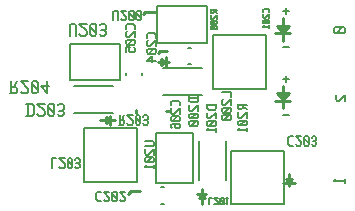
<source format=gbr>
G04 start of page 9 for group -4078 idx -4078 *
G04 Title: led, bottomsilk *
G04 Creator: pcb 20140316 *
G04 CreationDate: Fri 12 Jan 2018 06:22:56 AM GMT UTC *
G04 For: brian *
G04 Format: Gerber/RS-274X *
G04 PCB-Dimensions (mil): 6000.00 5000.00 *
G04 PCB-Coordinate-Origin: lower left *
%MOIN*%
%FSLAX25Y25*%
%LNBOTTOMSILK*%
%ADD58C,0.0110*%
%ADD57C,0.0080*%
%ADD56C,0.0100*%
G54D56*X98000Y380500D02*X95000D01*
X94000Y379500D01*
X117000D02*X120000D01*
X118500Y379000D02*X119500Y378000D01*
X118500Y379000D02*X117500Y378000D01*
X118500Y381000D02*Y376000D01*
X117500Y378000D02*X119500D01*
X147500Y382000D02*Y386000D01*
X145500Y383000D02*X149500D01*
X147500Y383500D02*X148500Y384500D01*
X146500D02*X147500Y383500D01*
X148500Y384500D02*X146500D01*
X96500Y407500D02*Y406500D01*
X106500Y407000D02*X107500D01*
X88000Y402500D02*Y405500D01*
X87500Y404000D02*X86500Y403000D01*
Y405000D01*
X87500Y404000D02*X86500Y405000D01*
X84500Y404000D02*X89500D01*
X145500Y408000D02*Y415500D01*
X143000Y410500D02*X148000D01*
X145500Y411000D02*X147500Y413000D01*
X143500D01*
X145500Y411000D01*
X99000Y439500D02*X99500Y440000D01*
X103000D01*
X107000Y427000D02*X104500D01*
X104000Y426500D01*
X106500Y425000D02*Y422000D01*
X106000Y423500D02*X105000Y422500D01*
X106000Y423500D02*X105000Y424500D01*
Y422500D01*
X104000Y423500D02*X107500D01*
X145500Y430500D02*Y438000D01*
X143000Y433000D02*X148000D01*
X145500Y433500D02*X147500Y435500D01*
X143500D01*
X145500Y433500D01*
G54D57*X165910Y435000D02*X166400Y434510D01*
X162970Y435000D02*X165910D01*
X162970D02*X162480Y434510D01*
Y433530D02*Y434510D01*
Y433530D02*X162970Y433040D01*
X165910D01*
X166400Y433530D02*X165910Y433040D01*
X166400Y433530D02*Y434510D01*
X165420Y435000D02*X163460Y433040D01*
X145500Y417940D02*X147460D01*
X146480Y416960D02*Y418920D01*
X145500Y428440D02*X147460D01*
X145500Y440440D02*X147460D01*
X146480Y439460D02*Y441420D01*
X163228Y384500D02*X162460Y383732D01*
X166300D01*
Y383060D02*Y384500D01*
X163625Y412500D02*X163250Y412125D01*
Y411000D02*Y412125D01*
Y411000D02*X163625Y410625D01*
X164375D01*
X166250Y412500D02*X164375Y410625D01*
X166250D02*Y412500D01*
X145500Y405940D02*X147460D01*
X105107Y376245D02*X105893D01*
X105107Y381755D02*X105893D01*
X115600Y399800D02*Y383200D01*
X103400D02*X115600D01*
X103400Y399800D02*Y383200D01*
Y399800D02*X115600D01*
X117472Y396996D02*Y384004D01*
X126528Y396996D02*Y384004D01*
G54D58*Y395618D03*
X117472D03*
G54D57*X79142Y383642D02*X96858D01*
Y401358D02*Y383642D01*
X79142Y401358D02*Y383642D01*
Y401358D02*X96858D01*
X98755Y419893D02*Y419107D01*
X93245Y419893D02*Y419107D01*
X74700Y417400D02*X91300D01*
X74700Y429600D02*Y417400D01*
Y429600D02*X91300D01*
Y417400D01*
X76004Y415528D02*X88996D01*
X76004Y406472D02*X88996D01*
G54D58*X87618D03*
Y415528D03*
G54D57*X122142Y414642D02*X139858D01*
Y432358D02*Y414642D01*
X122142Y432358D02*Y414642D01*
Y432358D02*X139858D01*
X103700Y429900D02*X120300D01*
X103700Y442100D02*Y429900D01*
Y442100D02*X120300D01*
Y429900D01*
X114107Y428255D02*X114893D01*
X114107Y422745D02*X114893D01*
X105504Y421528D02*X118496D01*
X105504Y412472D02*X118496D01*
G54D58*X117118D03*
Y421528D03*
G54D57*X128142Y376142D02*X145858D01*
Y393858D02*Y376142D01*
X128142Y393858D02*Y376142D01*
Y393858D02*X145858D01*
X121000Y376040D02*Y378200D01*
X122080D01*
X122728Y376310D02*X122998Y376040D01*
X123808D01*
X124078Y376310D01*
Y376850D01*
X122728Y378200D02*X124078Y376850D01*
X122728Y378200D02*X124078D01*
X124726Y377930D02*X124996Y378200D01*
X124726Y376310D02*Y377930D01*
Y376310D02*X124996Y376040D01*
X125536D01*
X125806Y376310D01*
Y377930D01*
X125536Y378200D02*X125806Y377930D01*
X124996Y378200D02*X125536D01*
X124726Y377660D02*X125806Y376580D01*
X126454Y376472D02*X126886Y376040D01*
Y378200D01*
X126454D02*X127264D01*
X130620Y408110D02*Y409650D01*
Y408110D02*X131005Y407725D01*
X131775D01*
X132160Y408110D02*X131775Y407725D01*
X132160Y408110D02*Y409265D01*
X130620D02*X133700D01*
X132160Y408649D02*X133700Y407725D01*
X131005Y406801D02*X130620Y406416D01*
Y405261D02*Y406416D01*
Y405261D02*X131005Y404876D01*
X131775D01*
X133700Y406801D02*X131775Y404876D01*
X133700D02*Y406801D01*
X133315Y403952D02*X133700Y403567D01*
X131005Y403952D02*X133315D01*
X131005D02*X130620Y403567D01*
Y402797D02*Y403567D01*
Y402797D02*X131005Y402412D01*
X133315D01*
X133700Y402797D02*X133315Y402412D01*
X133700Y402797D02*Y403567D01*
X132930Y403952D02*X131390Y402412D01*
X131236Y401488D02*X130620Y400872D01*
X133700D01*
Y400333D02*Y401488D01*
X120270Y409115D02*X123350D01*
X120270Y408114D02*X120809Y407575D01*
X122811D01*
X123350Y408114D02*X122811Y407575D01*
X123350Y408114D02*Y409500D01*
X120270Y408114D02*Y409500D01*
X120655Y406651D02*X120270Y406266D01*
Y405111D02*Y406266D01*
Y405111D02*X120655Y404726D01*
X121425D01*
X123350Y406651D02*X121425Y404726D01*
X123350D02*Y406651D01*
X122965Y403802D02*X123350Y403417D01*
X120655Y403802D02*X122965D01*
X120655D02*X120270Y403417D01*
Y402647D02*Y403417D01*
Y402647D02*X120655Y402262D01*
X122965D01*
X123350Y402647D02*X122965Y402262D01*
X123350Y402647D02*Y403417D01*
X122580Y403802D02*X121040Y402262D01*
X120886Y401338D02*X120270Y400722D01*
X123350D01*
Y400183D02*Y401338D01*
X125270Y413500D02*X128350D01*
Y411960D02*Y413500D01*
X125655Y411036D02*X125270Y410651D01*
Y409496D02*Y410651D01*
Y409496D02*X125655Y409111D01*
X126425D01*
X128350Y411036D02*X126425Y409111D01*
X128350D02*Y411036D01*
X127965Y408187D02*X128350Y407802D01*
X125655Y408187D02*X127965D01*
X125655D02*X125270Y407802D01*
Y407032D02*Y407802D01*
Y407032D02*X125655Y406647D01*
X127965D01*
X128350Y407032D02*X127965Y406647D01*
X128350Y407032D02*Y407802D01*
X127580Y408187D02*X126040Y406647D01*
X127965Y405723D02*X128350Y405338D01*
X125655Y405723D02*X127965D01*
X125655D02*X125270Y405338D01*
Y404568D02*Y405338D01*
Y404568D02*X125655Y404183D01*
X127965D01*
X128350Y404568D02*X127965Y404183D01*
X128350Y404568D02*Y405338D01*
X127580Y405723D02*X126040Y404183D01*
X111200Y409110D02*Y410111D01*
X110661Y410650D02*X111200Y410111D01*
X108659Y410650D02*X110661D01*
X108659D02*X108120Y410111D01*
Y409110D02*Y410111D01*
X108505Y408186D02*X108120Y407801D01*
Y406646D02*Y407801D01*
Y406646D02*X108505Y406261D01*
X109275D01*
X111200Y408186D02*X109275Y406261D01*
X111200D02*Y408186D01*
X110815Y405337D02*X111200Y404952D01*
X108505Y405337D02*X110815D01*
X108505D02*X108120Y404952D01*
Y404182D02*Y404952D01*
Y404182D02*X108505Y403797D01*
X110815D01*
X111200Y404182D02*X110815Y403797D01*
X111200Y404182D02*Y404952D01*
X110430Y405337D02*X108890Y403797D01*
X108120Y401718D02*X108505Y401333D01*
X108120Y401718D02*Y402488D01*
X108505Y402873D02*X108120Y402488D01*
X108505Y402873D02*X110815D01*
X111200Y402488D01*
X109506Y401718D02*X109891Y401333D01*
X109506Y401718D02*Y402873D01*
X111200Y401718D02*Y402488D01*
Y401718D02*X110815Y401333D01*
X109891D02*X110815D01*
X114270Y411615D02*X117350D01*
X114270Y410614D02*X114809Y410075D01*
X116811D01*
X117350Y410614D02*X116811Y410075D01*
X117350Y410614D02*Y412000D01*
X114270Y410614D02*Y412000D01*
X114655Y409151D02*X114270Y408766D01*
Y407611D02*Y408766D01*
Y407611D02*X114655Y407226D01*
X115425D01*
X117350Y409151D02*X115425Y407226D01*
X117350D02*Y409151D01*
X116965Y406302D02*X117350Y405917D01*
X114655Y406302D02*X116965D01*
X114655D02*X114270Y405917D01*
Y405147D02*Y405917D01*
Y405147D02*X114655Y404762D01*
X116965D01*
X117350Y405147D02*X116965Y404762D01*
X117350Y405147D02*Y405917D01*
X116580Y406302D02*X115040Y404762D01*
X116965Y403838D02*X117350Y403453D01*
X114655Y403838D02*X116965D01*
X114655D02*X114270Y403453D01*
Y402683D02*Y403453D01*
Y402683D02*X114655Y402298D01*
X116965D01*
X117350Y402683D02*X116965Y402298D01*
X117350Y402683D02*Y403453D01*
X116580Y403838D02*X115040Y402298D01*
X121449Y440070D02*Y441150D01*
Y440070D02*X121719Y439800D01*
X122259D01*
X122529Y440070D02*X122259Y439800D01*
X122529Y440070D02*Y440880D01*
X121449D02*X123609D01*
X122529Y440448D02*X123609Y439800D01*
X121719Y439152D02*X121449Y438882D01*
Y438072D02*Y438882D01*
Y438072D02*X121719Y437802D01*
X122259D01*
X123609Y439152D02*X122259Y437802D01*
X123609D02*Y439152D01*
X123339Y437154D02*X123609Y436884D01*
X121719Y437154D02*X123339D01*
X121719D02*X121449Y436884D01*
Y436344D02*Y436884D01*
Y436344D02*X121719Y436074D01*
X123339D01*
X123609Y436344D02*X123339Y436074D01*
X123609Y436344D02*Y436884D01*
X123069Y437154D02*X121989Y436074D01*
X123339Y435426D02*X123609Y435156D01*
X121719Y435426D02*X123339D01*
X121719D02*X121449Y435156D01*
Y434616D02*Y435156D01*
Y434616D02*X121719Y434346D01*
X123339D01*
X123609Y434616D02*X123339Y434346D01*
X123609Y434616D02*Y435156D01*
X123069Y435426D02*X121989Y434346D01*
X141050Y440070D02*Y440772D01*
X140672Y441150D02*X141050Y440772D01*
X139268Y441150D02*X140672D01*
X139268D02*X138890Y440772D01*
Y440070D02*Y440772D01*
X139160Y439422D02*X138890Y439152D01*
Y438342D02*Y439152D01*
Y438342D02*X139160Y438072D01*
X139700D01*
X141050Y439422D02*X139700Y438072D01*
X141050D02*Y439422D01*
X140780Y437424D02*X141050Y437154D01*
X139160Y437424D02*X140780D01*
X139160D02*X138890Y437154D01*
Y436614D02*Y437154D01*
Y436614D02*X139160Y436344D01*
X140780D01*
X141050Y436614D02*X140780Y436344D01*
X141050Y436614D02*Y437154D01*
X140510Y437424D02*X139430Y436344D01*
X139322Y435696D02*X138890Y435264D01*
X141050D01*
Y434886D02*Y435696D01*
X147889Y398700D02*X148890D01*
X147350Y398161D02*X147889Y398700D01*
X147350Y396159D02*Y398161D01*
Y396159D02*X147889Y395620D01*
X148890D01*
X149814Y396005D02*X150199Y395620D01*
X151354D01*
X151739Y396005D01*
Y396775D01*
X149814Y398700D02*X151739Y396775D01*
X149814Y398700D02*X151739D01*
X152663Y398315D02*X153048Y398700D01*
X152663Y396005D02*Y398315D01*
Y396005D02*X153048Y395620D01*
X153818D01*
X154203Y396005D01*
Y398315D01*
X153818Y398700D02*X154203Y398315D01*
X153048Y398700D02*X153818D01*
X152663Y397930D02*X154203Y396390D01*
X155127Y396005D02*X155512Y395620D01*
X156282D01*
X156667Y396005D01*
X156282Y398700D02*X156667Y398315D01*
X155512Y398700D02*X156282D01*
X155127Y398315D02*X155512Y398700D01*
Y397006D02*X156282D01*
X156667Y396005D02*Y396621D01*
Y397391D02*Y398315D01*
Y397391D02*X156282Y397006D01*
X156667Y396621D02*X156282Y397006D01*
X83889Y380200D02*X84890D01*
X83350Y379661D02*X83889Y380200D01*
X83350Y377659D02*Y379661D01*
Y377659D02*X83889Y377120D01*
X84890D01*
X85814Y377505D02*X86199Y377120D01*
X87354D01*
X87739Y377505D01*
Y378275D01*
X85814Y380200D02*X87739Y378275D01*
X85814Y380200D02*X87739D01*
X88663Y379815D02*X89048Y380200D01*
X88663Y377505D02*Y379815D01*
Y377505D02*X89048Y377120D01*
X89818D01*
X90203Y377505D01*
Y379815D01*
X89818Y380200D02*X90203Y379815D01*
X89048Y380200D02*X89818D01*
X88663Y379430D02*X90203Y377890D01*
X91127Y377505D02*X91512Y377120D01*
X92667D01*
X93052Y377505D01*
Y378275D01*
X91127Y380200D02*X93052Y378275D01*
X91127Y380200D02*X93052D01*
X99470Y397000D02*X102165D01*
X102550Y396615D01*
Y395845D02*Y396615D01*
Y395845D02*X102165Y395460D01*
X99470D02*X102165D01*
X99855Y394536D02*X99470Y394151D01*
Y392996D02*Y394151D01*
Y392996D02*X99855Y392611D01*
X100625D01*
X102550Y394536D02*X100625Y392611D01*
X102550D02*Y394536D01*
X102165Y391687D02*X102550Y391302D01*
X99855Y391687D02*X102165D01*
X99855D02*X99470Y391302D01*
Y390532D02*Y391302D01*
Y390532D02*X99855Y390147D01*
X102165D01*
X102550Y390532D02*X102165Y390147D01*
X102550Y390532D02*Y391302D01*
X101780Y391687D02*X100240Y390147D01*
X100086Y389223D02*X99470Y388607D01*
X102550D01*
Y388068D02*Y389223D01*
X68500Y388270D02*Y391350D01*
X70040D01*
X70964Y388655D02*X71349Y388270D01*
X72504D01*
X72889Y388655D01*
Y389425D01*
X70964Y391350D02*X72889Y389425D01*
X70964Y391350D02*X72889D01*
X73813Y390965D02*X74198Y391350D01*
X73813Y388655D02*Y390965D01*
Y388655D02*X74198Y388270D01*
X74968D01*
X75353Y388655D01*
Y390965D01*
X74968Y391350D02*X75353Y390965D01*
X74198Y391350D02*X74968D01*
X73813Y390580D02*X75353Y389040D01*
X76277Y388655D02*X76662Y388270D01*
X77432D01*
X77817Y388655D01*
X77432Y391350D02*X77817Y390965D01*
X76662Y391350D02*X77432D01*
X76277Y390965D02*X76662Y391350D01*
Y389656D02*X77432D01*
X77817Y388655D02*Y389271D01*
Y390041D02*Y390965D01*
Y390041D02*X77432Y389656D01*
X77817Y389271D02*X77432Y389656D01*
X74500Y432200D02*Y435700D01*
X75000Y436200D01*
X76000D01*
X76500Y435700D01*
Y432200D02*Y435700D01*
X77700Y432700D02*X78200Y432200D01*
X79700D01*
X80200Y432700D01*
Y433700D01*
X77700Y436200D02*X80200Y433700D01*
X77700Y436200D02*X80200D01*
X81400Y435700D02*X81900Y436200D01*
X81400Y432700D02*Y435700D01*
Y432700D02*X81900Y432200D01*
X82900D01*
X83400Y432700D01*
Y435700D01*
X82900Y436200D02*X83400Y435700D01*
X81900Y436200D02*X82900D01*
X81400Y435200D02*X83400Y433200D01*
X84600Y432700D02*X85100Y432200D01*
X86100D01*
X86600Y432700D01*
X86100Y436200D02*X86600Y435700D01*
X85100Y436200D02*X86100D01*
X84600Y435700D02*X85100Y436200D01*
Y434000D02*X86100D01*
X86600Y432700D02*Y433500D01*
Y434500D02*Y435700D01*
Y434500D02*X86100Y434000D01*
X86600Y433500D02*X86100Y434000D01*
X54500Y413000D02*X56500D01*
X57000Y413500D01*
Y414500D01*
X56500Y415000D02*X57000Y414500D01*
X55000Y415000D02*X56500D01*
X55000Y413000D02*Y417000D01*
X55800Y415000D02*X57000Y417000D01*
X58200Y413500D02*X58700Y413000D01*
X60200D01*
X60700Y413500D01*
Y414500D01*
X58200Y417000D02*X60700Y414500D01*
X58200Y417000D02*X60700D01*
X61900Y416500D02*X62400Y417000D01*
X61900Y413500D02*Y416500D01*
Y413500D02*X62400Y413000D01*
X63400D01*
X63900Y413500D01*
Y416500D01*
X63400Y417000D02*X63900Y416500D01*
X62400Y417000D02*X63400D01*
X61900Y416000D02*X63900Y414000D01*
X65100Y415500D02*X67100Y413000D01*
X65100Y415500D02*X67600D01*
X67100Y413000D02*Y417000D01*
X60500Y405500D02*Y409500D01*
X61800Y405500D02*X62500Y406200D01*
Y408800D01*
X61800Y409500D02*X62500Y408800D01*
X60000Y409500D02*X61800D01*
X60000Y405500D02*X61800D01*
X63700Y406000D02*X64200Y405500D01*
X65700D01*
X66200Y406000D01*
Y407000D01*
X63700Y409500D02*X66200Y407000D01*
X63700Y409500D02*X66200D01*
X67400Y409000D02*X67900Y409500D01*
X67400Y406000D02*Y409000D01*
Y406000D02*X67900Y405500D01*
X68900D01*
X69400Y406000D01*
Y409000D01*
X68900Y409500D02*X69400Y409000D01*
X67900Y409500D02*X68900D01*
X67400Y408500D02*X69400Y406500D01*
X70600Y406000D02*X71100Y405500D01*
X72100D01*
X72600Y406000D01*
X72100Y409500D02*X72600Y409000D01*
X71100Y409500D02*X72100D01*
X70600Y409000D02*X71100Y409500D01*
Y407300D02*X72100D01*
X72600Y406000D02*Y406800D01*
Y407800D02*Y409000D01*
Y407800D02*X72100Y407300D01*
X72600Y406800D02*X72100Y407300D01*
X89000Y437470D02*Y440165D01*
X89385Y440550D01*
X90155D01*
X90540Y440165D01*
Y437470D02*Y440165D01*
X91464Y437855D02*X91849Y437470D01*
X93004D01*
X93389Y437855D01*
Y438625D01*
X91464Y440550D02*X93389Y438625D01*
X91464Y440550D02*X93389D01*
X94313Y440165D02*X94698Y440550D01*
X94313Y437855D02*Y440165D01*
Y437855D02*X94698Y437470D01*
X95468D01*
X95853Y437855D01*
Y440165D01*
X95468Y440550D02*X95853Y440165D01*
X94698Y440550D02*X95468D01*
X94313Y439780D02*X95853Y438240D01*
X96777Y440165D02*X97162Y440550D01*
X96777Y437855D02*Y440165D01*
Y437855D02*X97162Y437470D01*
X97932D01*
X98317Y437855D01*
Y440165D01*
X97932Y440550D02*X98317Y440165D01*
X97162Y440550D02*X97932D01*
X96777Y439780D02*X98317Y438240D01*
X103200Y431610D02*Y432611D01*
X102661Y433150D02*X103200Y432611D01*
X100659Y433150D02*X102661D01*
X100659D02*X100120Y432611D01*
Y431610D02*Y432611D01*
X100505Y430686D02*X100120Y430301D01*
Y429146D02*Y430301D01*
Y429146D02*X100505Y428761D01*
X101275D01*
X103200Y430686D02*X101275Y428761D01*
X103200D02*Y430686D01*
X102815Y427837D02*X103200Y427452D01*
X100505Y427837D02*X102815D01*
X100505D02*X100120Y427452D01*
Y426682D02*Y427452D01*
Y426682D02*X100505Y426297D01*
X102815D01*
X103200Y426682D02*X102815Y426297D01*
X103200Y426682D02*Y427452D01*
X102430Y427837D02*X100890Y426297D01*
X102045Y425373D02*X100120Y423833D01*
X102045Y423448D02*Y425373D01*
X100120Y423833D02*X103200D01*
X96200Y434610D02*Y435611D01*
X95661Y436150D02*X96200Y435611D01*
X93659Y436150D02*X95661D01*
X93659D02*X93120Y435611D01*
Y434610D02*Y435611D01*
X93505Y433686D02*X93120Y433301D01*
Y432146D02*Y433301D01*
Y432146D02*X93505Y431761D01*
X94275D01*
X96200Y433686D02*X94275Y431761D01*
X96200D02*Y433686D01*
X95815Y430837D02*X96200Y430452D01*
X93505Y430837D02*X95815D01*
X93505D02*X93120Y430452D01*
Y429682D02*Y430452D01*
Y429682D02*X93505Y429297D01*
X95815D01*
X96200Y429682D02*X95815Y429297D01*
X96200Y429682D02*Y430452D01*
X95430Y430837D02*X93890Y429297D01*
X93120Y426833D02*Y428373D01*
X94660D01*
X94275Y427988D01*
Y427218D02*Y427988D01*
Y427218D02*X94660Y426833D01*
X95815D01*
X96200Y427218D02*X95815Y426833D01*
X96200Y427218D02*Y427988D01*
X95815Y428373D02*X96200Y427988D01*
X90850Y402620D02*X92390D01*
X92775Y403005D01*
Y403775D01*
X92390Y404160D02*X92775Y403775D01*
X91235Y404160D02*X92390D01*
X91235Y402620D02*Y405700D01*
X91851Y404160D02*X92775Y405700D01*
X93699Y403005D02*X94084Y402620D01*
X95239D01*
X95624Y403005D01*
Y403775D01*
X93699Y405700D02*X95624Y403775D01*
X93699Y405700D02*X95624D01*
X96548Y405315D02*X96933Y405700D01*
X96548Y403005D02*Y405315D01*
Y403005D02*X96933Y402620D01*
X97703D01*
X98088Y403005D01*
Y405315D01*
X97703Y405700D02*X98088Y405315D01*
X96933Y405700D02*X97703D01*
X96548Y404930D02*X98088Y403390D01*
X99012Y403005D02*X99397Y402620D01*
X100167D01*
X100552Y403005D01*
X100167Y405700D02*X100552Y405315D01*
X99397Y405700D02*X100167D01*
X99012Y405315D02*X99397Y405700D01*
Y404006D02*X100167D01*
X100552Y403005D02*Y403621D01*
Y404391D02*Y405315D01*
Y404391D02*X100167Y404006D01*
X100552Y403621D02*X100167Y404006D01*
M02*

</source>
